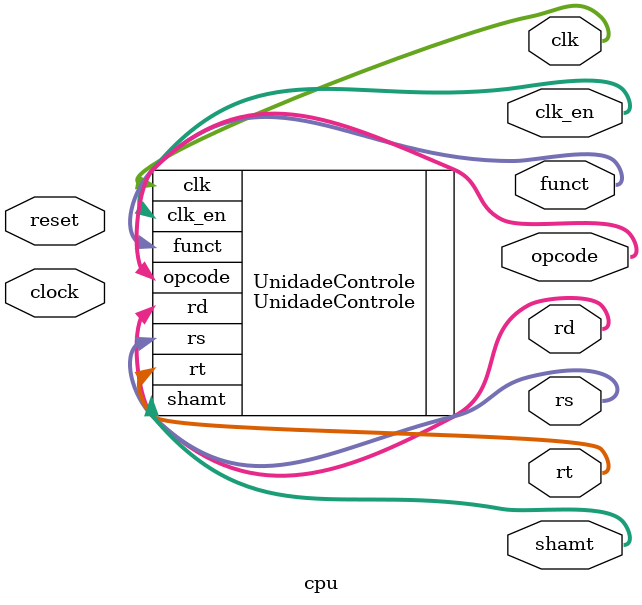
<source format=v>
module cpu(
	input clock,
	input reset,
	output reg[7:0] clk,
	output reg[7:0] clk_en,
	output reg[7:0] opcode,
	output reg[7:0] shamt,
	output reg[7:0] rs,
	output reg[7:0] rt,
	output reg[7:0] rd,
	output reg[7:0] funct
);

UnidadeControle UnidadeControle (
	.clk(clk),
	.clk_en(clk_en),
	.opcode(opcode),
	.shamt(shamt),
	.rs(rs),
	.rt(rt),
	.rd(rd),
	.funct(funct)
);

endmodule

</source>
